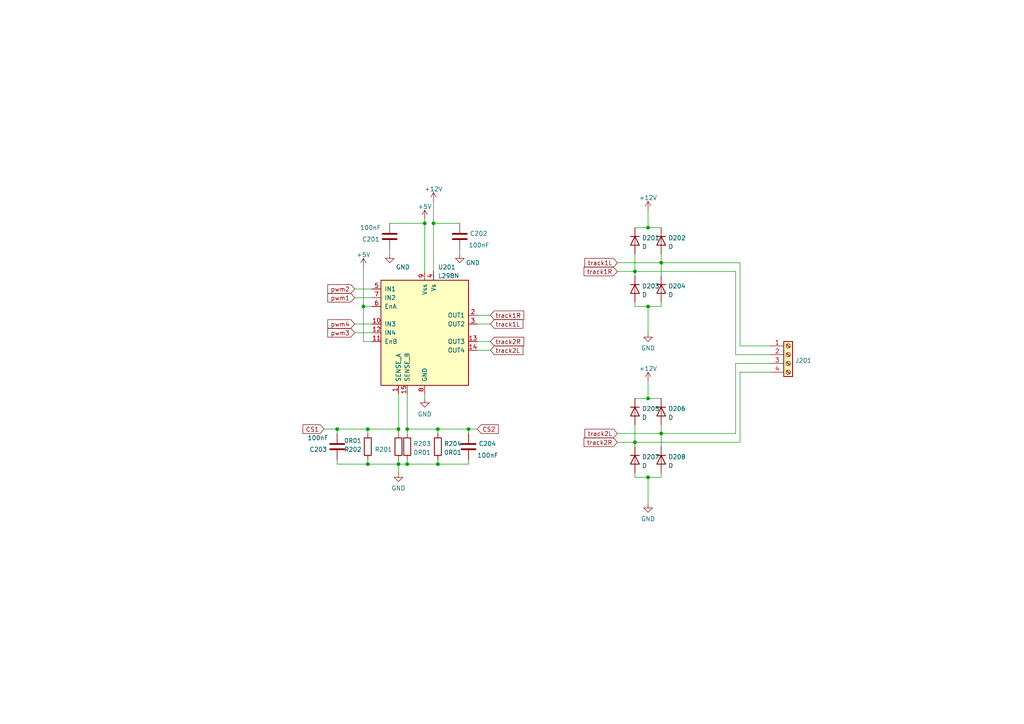
<source format=kicad_sch>
(kicad_sch (version 20211123) (generator eeschema)
  (paper "A4")
  (title_block (title "General Purpose IO module"))
  (lib_symbols
    (symbol "Connector:Screw_Terminal_01x04" (pin_names (offset 1.016) hide)
      (property "Reference" "J" (at 0 5.08 0))
      (property "Value" "Screw_Terminal_01x04" (at 0 -7.62 0))
      (symbol "Screw_Terminal_01x04_1_1"
        (rectangle (start -1.27 3.81) (end 1.27 -6.35) (stroke (width 0.254)) (fill (type background)))
        (circle (center 0 -5.08) (radius 0.635) (stroke (width 0.1524)))
        (circle (center 0 -2.54) (radius 0.635) (stroke (width 0.1524)))
        (polyline (pts (xy -0.5334 -4.7498) (xy 0.3302 -5.588)) (stroke (width 0.1524)))
        (polyline (pts (xy -0.5334 -2.2098) (xy 0.3302 -3.048)) (stroke (width 0.1524)))
        (polyline (pts (xy -0.5334 0.3302) (xy 0.3302 -0.508)) (stroke (width 0.1524)))
        (polyline (pts (xy -0.5334 2.8702) (xy 0.3302 2.032)) (stroke (width 0.1524)))
        (polyline (pts (xy -0.3556 -4.572) (xy 0.508 -5.4102)) (stroke (width 0.1524)))
        (polyline (pts (xy -0.3556 -2.032) (xy 0.508 -2.8702)) (stroke (width 0.1524)))
        (polyline (pts (xy -0.3556 0.508) (xy 0.508 -0.3302)) (stroke (width 0.1524)))
        (polyline (pts (xy -0.3556 3.048) (xy 0.508 2.2098)) (stroke (width 0.1524)))
        (circle (center 0 0) (radius 0.635) (stroke (width 0.1524)))
        (circle (center 0 2.54) (radius 0.635) (stroke (width 0.1524)))
        (pin passive line (at -5.08 2.54 0) (length 3.81) (name "Pin_1") (number "1"))
        (pin passive line (at -5.08 0 0) (length 3.81) (name "Pin_2") (number "2"))
        (pin passive line (at -5.08 -2.54 0) (length 3.81) (name "Pin_3") (number "3"))
        (pin passive line (at -5.08 -5.08 0) (length 3.81) (name "Pin_4") (number "4"))
      )
    )
    (symbol "Device:C" (pin_numbers hide) (pin_names (offset 0.254))
      (property "Reference" "C" (at 0.635 2.54 0))
      (property "Value" "C" (at 0.635 -2.54 0))
      (symbol "C_0_1"
        (polyline (pts (xy -2.032 -0.762) (xy 2.032 -0.762)) (stroke (width 0.508)))
        (polyline (pts (xy -2.032 0.762) (xy 2.032 0.762)) (stroke (width 0.508)))
      )
      (symbol "C_1_1"
        (pin passive line (at 0 3.81 270) (length 2.794) (name "~") (number "1"))
        (pin passive line (at 0 -3.81 90) (length 2.794) (name "~") (number "2"))
      )
    )
    (symbol "Device:D" (pin_numbers hide) (pin_names (offset 1.016) hide)
      (property "Reference" "D" (at 0 2.54 0))
      (property "Value" "D" (at 0 -2.54 0))
      (symbol "D_0_1"
        (polyline (pts (xy -1.27 1.27) (xy -1.27 -1.27)) (stroke (width 0.254)))
        (polyline (pts (xy 1.27 0) (xy -1.27 0)))
        (polyline (pts (xy 1.27 1.27) (xy 1.27 -1.27) (xy -1.27 0) (xy 1.27 1.27)) (stroke (width 0.254)))
      )
      (symbol "D_1_1"
        (pin passive line (at -3.81 0 0) (length 2.54) (name "K") (number "1"))
        (pin passive line (at 3.81 0 180) (length 2.54) (name "A") (number "2"))
      )
    )
    (symbol "Device:R" (pin_numbers hide) (pin_names (offset 0))
      (property "Reference" "R" (at 2.032 0 90))
      (property "Value" "R" (at 0 0 90))
      (symbol "R_0_1"
        (rectangle (start -1.016 -2.54) (end 1.016 2.54) (stroke (width 0.254)))
      )
      (symbol "R_1_1"
        (pin passive line (at 0 3.81 270) (length 1.27) (name "~") (number "1"))
        (pin passive line (at 0 -3.81 90) (length 1.27) (name "~") (number "2"))
      )
    )
    (symbol "Driver_Motor:L298N" (pin_names (offset 1.016))
      (property "Reference" "U" (at -10.16 16.51 0))
      (property "Value" "L298N" (at 12.7 16.51 0))
      (symbol "L298N_0_1"
        (rectangle (start -12.7 15.24) (end 12.7 -15.24) (stroke (width 0.254)) (fill (type background)))
      )
      (symbol "L298N_1_1"
        (pin power_in line (at -7.62 -17.78 90) (length 2.54) (name "SENSE_A") (number "1"))
        (pin input line (at -15.24 2.54 0) (length 2.54) (name "IN3") (number "10"))
        (pin input line (at -15.24 -2.54 0) (length 2.54) (name "EnB") (number "11"))
        (pin input line (at -15.24 0 0) (length 2.54) (name "IN4") (number "12"))
        (pin output line (at 15.24 -2.54 180) (length 2.54) (name "OUT3") (number "13"))
        (pin output line (at 15.24 -5.08 180) (length 2.54) (name "OUT4") (number "14"))
        (pin power_in line (at -5.08 -17.78 90) (length 2.54) (name "SENSE_B") (number "15"))
        (pin output line (at 15.24 5.08 180) (length 2.54) (name "OUT1") (number "2"))
        (pin output line (at 15.24 2.54 180) (length 2.54) (name "OUT2") (number "3"))
        (pin power_in line (at 2.54 17.78 270) (length 2.54) (name "Vs") (number "4"))
        (pin input line (at -15.24 12.7 0) (length 2.54) (name "IN1") (number "5"))
        (pin input line (at -15.24 7.62 0) (length 2.54) (name "EnA") (number "6"))
        (pin input line (at -15.24 10.16 0) (length 2.54) (name "IN2") (number "7"))
        (pin power_in line (at 0 -17.78 90) (length 2.54) (name "GND") (number "8"))
        (pin power_in line (at 0 17.78 270) (length 2.54) (name "Vss") (number "9"))
      )
    )
    (symbol "power:+12V" (power) (pin_names (offset 0))
      (property "Value" "+12V" (at 0 3.556 0))
      (symbol "+12V_0_1"
        (polyline (pts (xy -0.762 1.27) (xy 0 2.54)))
        (polyline (pts (xy 0 0) (xy 0 2.54)))
        (polyline (pts (xy 0 2.54) (xy 0.762 1.27)))
      )
      (symbol "+12V_1_1"
        (pin power_in line (at 0 0 90) (length 0) hide (name "+12V") (number "1"))
      )
    )
    (symbol "power:+5V" (power) (pin_names (offset 0))
      (property "Value" "+5V" (at 0 3.556 0))
      (symbol "+5V_0_1"
        (polyline (pts (xy -0.762 1.27) (xy 0 2.54)))
        (polyline (pts (xy 0 0) (xy 0 2.54)))
        (polyline (pts (xy 0 2.54) (xy 0.762 1.27)))
      )
      (symbol "+5V_1_1"
        (pin power_in line (at 0 0 90) (length 0) hide (name "+5V") (number "1"))
      )
    )
    (symbol "power:GND" (power) (pin_names (offset 0))
      (property "Value" "GND" (at 0 -3.81 0))
      (symbol "GND_0_1"
        (polyline (pts (xy 0 0) (xy 0 -1.27) (xy 1.27 -1.27) (xy 0 -2.54) (xy -1.27 -1.27) (xy 0 -1.27)))
      )
      (symbol "GND_1_1"
        (pin power_in line (at 0 0 270) (length 0) hide (name "GND") (number "1"))
      )
    )
  )
  (junction (at 105.41 88.9))
  (junction (at 106.68 134.62))
  (junction (at 118.11 134.62))
  (junction (at 184.15 128.27))
  (junction (at 127 124.46))
  (junction (at 187.96 88.9))
  (junction (at 125.73 64.77))
  (junction (at 127 134.62))
  (junction (at 187.96 66.04))
  (junction (at 97.79 124.46))
  (junction (at 187.96 115.57))
  (junction (at 135.89 124.46))
  (junction (at 115.57 124.46))
  (junction (at 191.77 125.73))
  (junction (at 118.11 124.46))
  (junction (at 123.19 64.77))
  (junction (at 184.15 78.74))
  (junction (at 191.77 76.2))
  (junction (at 187.96 138.43))
  (junction (at 106.68 124.46))
  (junction (at 115.57 134.62))
  (wire (pts (xy 184.15 137.16) (xy 184.15 138.43)))
  (wire (pts (xy 105.41 88.9) (xy 105.41 99.06)))
  (wire (pts (xy 115.57 133.35) (xy 115.57 134.62)))
  (wire (pts (xy 115.57 134.62) (xy 115.57 137.16)))
  (wire (pts (xy 213.36 105.41) (xy 213.36 125.73)))
  (wire (pts (xy 125.73 64.77) (xy 125.73 78.74)))
  (wire (pts (xy 191.77 123.19) (xy 191.77 125.73)))
  (wire (pts (xy 107.95 88.9) (xy 105.41 88.9)))
  (wire (pts (xy 184.15 73.66) (xy 184.15 78.74)))
  (wire (pts (xy 135.89 124.46) (xy 138.43 124.46)))
  (wire (pts (xy 184.15 138.43) (xy 187.96 138.43)))
  (wire (pts (xy 97.79 133.35) (xy 97.79 134.62)))
  (wire (pts (xy 106.68 124.46) (xy 106.68 125.73)))
  (wire (pts (xy 223.52 100.33) (xy 214.63 100.33)))
  (wire (pts (xy 187.96 66.04) (xy 191.77 66.04)))
  (wire (pts (xy 105.41 99.06) (xy 107.95 99.06)))
  (wire (pts (xy 184.15 78.74) (xy 213.36 78.74)))
  (wire (pts (xy 184.15 128.27) (xy 184.15 129.54)))
  (wire (pts (xy 187.96 115.57) (xy 187.96 110.49)))
  (wire (pts (xy 118.11 124.46) (xy 127 124.46)))
  (wire (pts (xy 127 124.46) (xy 135.89 124.46)))
  (wire (pts (xy 179.07 128.27) (xy 184.15 128.27)))
  (wire (pts (xy 223.52 105.41) (xy 213.36 105.41)))
  (wire (pts (xy 213.36 78.74) (xy 213.36 102.87)))
  (wire (pts (xy 191.77 138.43) (xy 191.77 137.16)))
  (wire (pts (xy 123.19 114.3) (xy 123.19 115.57)))
  (wire (pts (xy 187.96 66.04) (xy 187.96 60.96)))
  (wire (pts (xy 113.03 64.77) (xy 123.19 64.77)))
  (wire (pts (xy 113.03 72.39) (xy 113.03 73.66)))
  (wire (pts (xy 97.79 124.46) (xy 97.79 125.73)))
  (wire (pts (xy 214.63 107.95) (xy 223.52 107.95)))
  (wire (pts (xy 187.96 88.9) (xy 187.96 96.52)))
  (wire (pts (xy 138.43 93.98) (xy 142.24 93.98)))
  (wire (pts (xy 214.63 100.33) (xy 214.63 76.2)))
  (wire (pts (xy 118.11 134.62) (xy 127 134.62)))
  (wire (pts (xy 138.43 99.06) (xy 142.24 99.06)))
  (wire (pts (xy 191.77 76.2) (xy 214.63 76.2)))
  (wire (pts (xy 127 124.46) (xy 127 125.73)))
  (wire (pts (xy 184.15 78.74) (xy 184.15 80.01)))
  (wire (pts (xy 135.89 124.46) (xy 135.89 125.73)))
  (wire (pts (xy 123.19 64.77) (xy 123.19 78.74)))
  (wire (pts (xy 102.87 86.36) (xy 107.95 86.36)))
  (wire (pts (xy 133.35 72.39) (xy 133.35 73.66)))
  (wire (pts (xy 138.43 101.6) (xy 142.24 101.6)))
  (wire (pts (xy 213.36 102.87) (xy 223.52 102.87)))
  (wire (pts (xy 125.73 58.42) (xy 125.73 64.77)))
  (wire (pts (xy 191.77 76.2) (xy 191.77 80.01)))
  (wire (pts (xy 187.96 115.57) (xy 191.77 115.57)))
  (wire (pts (xy 191.77 73.66) (xy 191.77 76.2)))
  (wire (pts (xy 118.11 124.46) (xy 118.11 125.73)))
  (wire (pts (xy 184.15 115.57) (xy 187.96 115.57)))
  (wire (pts (xy 127 133.35) (xy 127 134.62)))
  (wire (pts (xy 118.11 114.3) (xy 118.11 124.46)))
  (wire (pts (xy 187.96 138.43) (xy 191.77 138.43)))
  (wire (pts (xy 106.68 133.35) (xy 106.68 134.62)))
  (wire (pts (xy 135.89 133.35) (xy 135.89 134.62)))
  (wire (pts (xy 187.96 138.43) (xy 187.96 146.05)))
  (wire (pts (xy 115.57 134.62) (xy 118.11 134.62)))
  (wire (pts (xy 97.79 134.62) (xy 106.68 134.62)))
  (wire (pts (xy 184.15 128.27) (xy 214.63 128.27)))
  (wire (pts (xy 191.77 125.73) (xy 191.77 129.54)))
  (wire (pts (xy 97.79 124.46) (xy 106.68 124.46)))
  (wire (pts (xy 118.11 133.35) (xy 118.11 134.62)))
  (wire (pts (xy 179.07 78.74) (xy 184.15 78.74)))
  (wire (pts (xy 123.19 63.5) (xy 123.19 64.77)))
  (wire (pts (xy 102.87 83.82) (xy 107.95 83.82)))
  (wire (pts (xy 105.41 77.47) (xy 105.41 88.9)))
  (wire (pts (xy 184.15 87.63) (xy 184.15 88.9)))
  (wire (pts (xy 115.57 124.46) (xy 115.57 125.73)))
  (wire (pts (xy 191.77 125.73) (xy 213.36 125.73)))
  (wire (pts (xy 179.07 125.73) (xy 191.77 125.73)))
  (wire (pts (xy 102.87 96.52) (xy 107.95 96.52)))
  (wire (pts (xy 191.77 88.9) (xy 191.77 87.63)))
  (wire (pts (xy 102.87 93.98) (xy 107.95 93.98)))
  (wire (pts (xy 106.68 134.62) (xy 115.57 134.62)))
  (wire (pts (xy 184.15 123.19) (xy 184.15 128.27)))
  (wire (pts (xy 127 134.62) (xy 135.89 134.62)))
  (wire (pts (xy 93.98 124.46) (xy 97.79 124.46)))
  (wire (pts (xy 138.43 91.44) (xy 142.24 91.44)))
  (wire (pts (xy 187.96 88.9) (xy 191.77 88.9)))
  (wire (pts (xy 106.68 124.46) (xy 115.57 124.46)))
  (wire (pts (xy 184.15 66.04) (xy 187.96 66.04)))
  (wire (pts (xy 179.07 76.2) (xy 191.77 76.2)))
  (wire (pts (xy 125.73 64.77) (xy 133.35 64.77)))
  (wire (pts (xy 214.63 128.27) (xy 214.63 107.95)))
  (wire (pts (xy 184.15 88.9) (xy 187.96 88.9)))
  (wire (pts (xy 115.57 114.3) (xy 115.57 124.46)))
  (global_label "track1L" (shape input) (at 179.07 76.2 180) (property "Intersheet References" "${INTERSHEET_REFS}" (effects hide)))
  (global_label "track2L" (shape input) (at 179.07 125.73 180) (property "Intersheet References" "${INTERSHEET_REFS}" (effects hide)))
  (global_label "CS1" (shape input) (at 93.98 124.46 180) (property "Intersheet References" "${INTERSHEET_REFS}" (effects hide)))
  (global_label "track1R" (shape input) (at 142.24 91.44 0) (property "Intersheet References" "${INTERSHEET_REFS}" (effects hide)))
  (global_label "CS2" (shape input) (at 138.43 124.46 0) (property "Intersheet References" "${INTERSHEET_REFS}" (effects hide)))
  (global_label "pwm2" (shape input) (at 102.87 83.82 180) (property "Intersheet References" "${INTERSHEET_REFS}" (effects hide)))
  (global_label "pwm3" (shape input) (at 102.87 96.52 180) (property "Intersheet References" "${INTERSHEET_REFS}" (effects hide)))
  (global_label "track2R" (shape input) (at 179.07 128.27 180) (property "Intersheet References" "${INTERSHEET_REFS}" (effects hide)))
  (global_label "track1L" (shape input) (at 142.24 93.98 0) (property "Intersheet References" "${INTERSHEET_REFS}" (effects hide)))
  (global_label "pwm4" (shape input) (at 102.87 93.98 180) (property "Intersheet References" "${INTERSHEET_REFS}" (effects hide)))
  (global_label "track2L" (shape input) (at 142.24 101.6 0) (property "Intersheet References" "${INTERSHEET_REFS}" (effects hide)))
  (global_label "track1R" (shape input) (at 179.07 78.74 180) (property "Intersheet References" "${INTERSHEET_REFS}" (effects hide)))
  (global_label "track2R" (shape input) (at 142.24 99.06 0) (property "Intersheet References" "${INTERSHEET_REFS}" (effects hide)))
  (global_label "pwm1" (shape input) (at 102.87 86.36 180) (property "Intersheet References" "${INTERSHEET_REFS}" (effects hide)))
  (symbol (lib_id "Device:R") (at 115.57 129.54 180) (unit 1)
    (property "Reference" "R201" (at 113.792 130.3747 0) (effects (justify left)))
    (property "JLCPCB Part#" "C25334" (effects hide))
  )
  (symbol (lib_id "Device:C") (at 135.89 129.54 0) (unit 1)
    (property "Reference" "C204" (at 138.811 128.7053 0) (effects (justify left)))
    (property "Value" "100nF" (at 138.43 132.08 0) (effects (justify left)))
    (property "Footprint" "Capacitor_SMD:C_0603_1608Metric_Pad1.08x0.95mm_HandSolder" (effects hide))
    (property "JLCPCB Part#" "C14663" (effects hide))
  )
  (symbol (lib_id "power:+5V") (at 123.19 63.5 0) (unit 1)
    (property "Reference" "#PWR0203" (effects hide))
    (property "Value" "+5V" (at 123.19 59.9242 0))
  )
  (symbol (lib_id "Device:C") (at 133.35 68.58 0) (unit 1)
    (property "Reference" "C202" (at 136.271 67.7453 0) (effects (justify left)))
    (property "Value" "100nF" (at 135.89 71.12 0) (effects (justify left)))
    (property "Footprint" "Capacitor_SMD:C_0603_1608Metric_Pad1.08x0.95mm_HandSolder" (effects hide))
    (property "JLCPCB Part#" "C14663" (effects hide))
  )
  (symbol (lib_id "power:+12V") (at 187.96 110.49 0) (unit 1)
    (property "Reference" "#PWR0208" (effects hide))
    (property "Value" "+12V" (at 187.96 106.9142 0))
  )
  (symbol (lib_id "power:GND") (at 115.57 137.16 0) (unit 1)
    (property "Reference" "#PWR0210" (effects hide))
    (property "Value" "GND" (at 115.57 141.6034 0))
  )
  (symbol (lib_id "Device:D") (at 184.15 133.35 270) (unit 1)
    (property "Reference" "D207" (at 186.182 132.5153 90) (effects (justify left)))
    (property "Value" "D" (at 186.182 135.0522 90) (effects (justify left)))
    (property "Footprint" "Diode_SMD:D_SMA_Handsoldering" (effects hide))
    (property "JLCPCB Part#" "C95872" (effects hide))
  )
  (symbol (lib_id "Device:D") (at 191.77 83.82 270) (unit 1)
    (property "Reference" "D204" (at 193.802 82.9853 90) (effects (justify left)))
    (property "Value" "D" (at 193.802 85.5222 90) (effects (justify left)))
    (property "Footprint" "Diode_SMD:D_SMA_Handsoldering" (effects hide))
    (property "JLCPCB Part#" "C95872" (effects hide))
  )
  (symbol (lib_id "power:GND") (at 187.96 96.52 0) (unit 1)
    (property "Reference" "#PWR0207" (effects hide))
    (property "Value" "GND" (at 187.96 100.9634 0))
  )
  (symbol (lib_id "Device:R") (at 127 129.54 0) (unit 1)
    (property "Reference" "R204" (at 128.778 128.7053 0) (effects (justify left)))
    (property "Value" "0R01" (at 128.778 131.2422 0) (effects (justify left)))
    (property "Footprint" "Resistor_SMD:R_1206_3216Metric_Pad1.30x1.75mm_HandSolder" (effects hide))
    (property "JLCPCB Part#" "C25334" (effects hide))
  )
  (symbol (lib_id "power:+5V") (at 105.41 77.47 0) (unit 1)
    (property "Reference" "#PWR0206" (effects hide))
    (property "Value" "+5V" (at 105.41 73.8942 0))
  )
  (symbol (lib_id "power:GND") (at 133.35 73.66 0) (unit 1)
    (property "Reference" "#PWR0205" (effects hide))
    (property "Value" "GND" (at 137.16 76.2 0))
  )
  (symbol (lib_id "Device:D") (at 191.77 133.35 270) (unit 1)
    (property "Reference" "D208" (at 193.802 132.5153 90) (effects (justify left)))
    (property "Value" "D" (at 193.802 135.0522 90) (effects (justify left)))
    (property "Footprint" "Diode_SMD:D_SMA_Handsoldering" (effects hide))
    (property "JLCPCB Part#" "C95872" (effects hide))
  )
  (symbol (lib_id "Device:D") (at 184.15 119.38 270) (unit 1)
    (property "Reference" "D205" (at 186.182 118.5453 90) (effects (justify left)))
    (property "Value" "D" (at 186.182 121.0822 90) (effects (justify left)))
    (property "Footprint" "Diode_SMD:D_SMA_Handsoldering" (effects hide))
    (property "JLCPCB Part#" "C95872" (effects hide))
  )
  (symbol (lib_id "Connector:Screw_Terminal_01x04") (at 228.6 102.87 0) (unit 1)
    (property "Reference" "J201" (at 230.632 104.5738 0) (effects (justify left)))
    (property "Value" "Screw_Terminal_01x04" (effects hide))
    (property "Footprint" "TerminalBlock_Phoenix:TerminalBlock_Phoenix_MKDS-1,5-4-5.08_1x04_P5.08mm_Horizontal" (effects hide))
  )
  (symbol (lib_id "power:+12V") (at 125.73 58.42 0) (unit 1)
    (property "Reference" "#PWR0201" (effects hide))
    (property "Value" "+12V" (at 125.73 54.8442 0))
  )
  (symbol (lib_id "Driver_Motor:L298N") (at 123.19 96.52 0) (unit 1)
    (property "Reference" "U201" (at 127 77.47 0) (effects (justify left)))
    (property "Value" "L298N" (at 127 80.01 0) (effects (justify left)))
    (property "Footprint" "Package_TO_SOT_THT:TO-220-15_P2.54x2.54mm_StaggerOdd_Lead4.58mm_Vertical" (effects hide))
    (property "Datasheet" "http://www.st.com/st-web-ui/static/active/en/resource/technical/document/datasheet/CD00000240.pdf" (effects hide))
  )
  (symbol (lib_id "power:+12V") (at 187.96 60.96 0) (unit 1)
    (property "Reference" "#PWR0202" (effects hide))
    (property "Value" "+12V" (at 187.96 57.3842 0))
  )
  (symbol (lib_id "Device:C") (at 113.03 68.58 180) (unit 1)
    (property "Reference" "C201" (at 110.109 69.4147 0) (effects (justify left)))
    (property "Value" "100nF" (at 110.49 66.04 0) (effects (justify left)))
    (property "Footprint" "Capacitor_SMD:C_0603_1608Metric_Pad1.08x0.95mm_HandSolder" (effects hide))
    (property "JLCPCB Part#" "C14663" (effects hide))
  )
  (symbol (lib_id "power:GND") (at 123.19 115.57 0) (unit 1)
    (property "Reference" "#PWR0209" (effects hide))
    (property "Value" "GND" (at 123.19 120.1325 0))
  )
  (symbol (lib_id "power:GND") (at 187.96 146.05 0) (unit 1)
    (property "Reference" "#PWR0211" (effects hide))
    (property "Value" "GND" (at 187.96 150.4934 0))
  )
  (symbol (lib_id "Device:R") (at 106.68 129.54 180) (unit 1)
    (property "Reference" "R202" (at 104.902 130.3747 0) (effects (justify left)))
    (property "Value" "0R01" (at 104.902 127.8378 0) (effects (justify left)))
    (property "Footprint" "Resistor_SMD:R_1206_3216Metric_Pad1.30x1.75mm_HandSolder" (effects hide))
    (property "JLCPCB Part#" "C25334" (effects hide))
  )
  (symbol (lib_id "power:GND") (at 113.03 73.66 0) (unit 1)
    (property "Reference" "#PWR0204" (effects hide))
    (property "Value" "GND" (at 116.84 77.47 0))
  )
  (symbol (lib_id "Device:C") (at 97.79 129.54 180) (unit 1)
    (property "Reference" "C203" (at 94.869 130.3747 0) (effects (justify left)))
    (property "Value" "100nF" (at 95.25 127 0) (effects (justify left)))
    (property "Footprint" "Capacitor_SMD:C_0603_1608Metric_Pad1.08x0.95mm_HandSolder" (effects hide))
    (property "JLCPCB Part#" "C14663" (effects hide))
  )
  (symbol (lib_id "Device:D") (at 184.15 69.85 270) (unit 1)
    (property "Reference" "D201" (at 186.182 69.0153 90) (effects (justify left)))
    (property "Value" "D" (at 186.182 71.5522 90) (effects (justify left)))
    (property "Footprint" "Diode_SMD:D_SMA_Handsoldering" (effects hide))
    (property "JLCPCB Part#" "C95872" (effects hide))
  )
  (symbol (lib_id "Device:D") (at 191.77 69.85 270) (unit 1)
    (property "Reference" "D202" (at 193.802 69.0153 90) (effects (justify left)))
    (property "Value" "D" (at 193.802 71.5522 90) (effects (justify left)))
    (property "Footprint" "Diode_SMD:D_SMA_Handsoldering" (effects hide))
    (property "JLCPCB Part#" "C95872" (effects hide))
  )
  (symbol (lib_id "Device:D") (at 184.15 83.82 270) (unit 1)
    (property "Reference" "D203" (at 186.182 82.9853 90) (effects (justify left)))
    (property "Value" "D" (at 186.182 85.5222 90) (effects (justify left)))
    (property "Footprint" "Diode_SMD:D_SMA_Handsoldering" (effects hide))
    (property "JLCPCB Part#" "C95872" (effects hide))
  )
  (symbol (lib_id "Device:D") (at 191.77 119.38 270) (unit 1)
    (property "Reference" "D206" (at 193.802 118.5453 90) (effects (justify left)))
    (property "Value" "D" (at 193.802 121.0822 90) (effects (justify left)))
    (property "Footprint" "Diode_SMD:D_SMA_Handsoldering" (effects hide))
    (property "JLCPCB Part#" "C95872" (effects hide))
  )
  (symbol (lib_id "Device:R") (at 118.11 129.54 0) (unit 1)
    (property "Reference" "R203" (at 119.888 128.7053 0) (effects (justify left)))
    (property "Value" "0R01" (at 119.888 131.2422 0) (effects (justify left)))
    (property "Footprint" "Resistor_SMD:R_1206_3216Metric_Pad1.30x1.75mm_HandSolder" (effects hide))
    (property "JLCPCB Part#" "C25334" (effects hide))
  )
)
</source>
